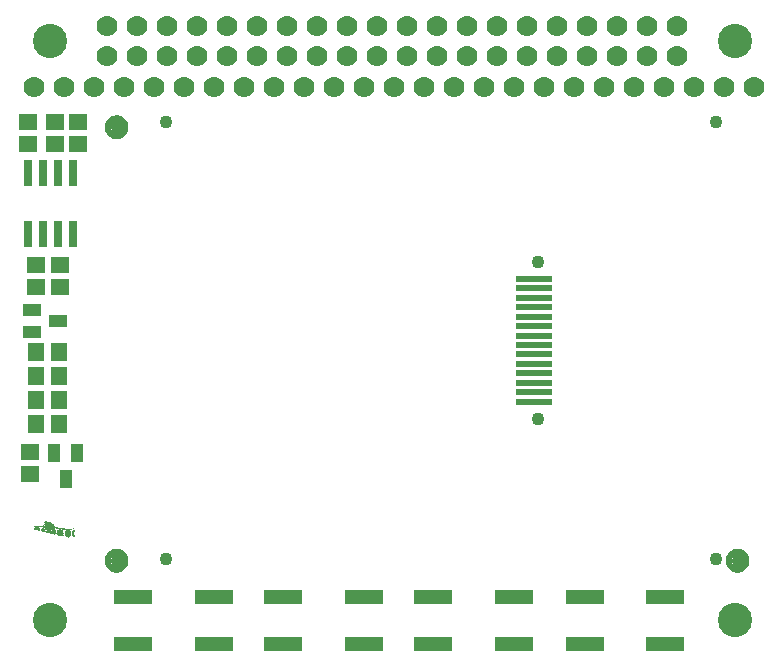
<source format=gbr>
G04 EAGLE Gerber RS-274X export*
G75*
%MOMM*%
%FSLAX34Y34*%
%LPD*%
%INSoldermask Top*%
%IPPOS*%
%AMOC8*
5,1,8,0,0,1.08239X$1,22.5*%
G01*
%ADD10C,2.901600*%
%ADD11C,1.778000*%
%ADD12R,0.701600X2.301600*%
%ADD13R,1.601600X1.401600*%
%ADD14C,1.101600*%
%ADD15C,0.500000*%
%ADD16R,0.025400X0.025400*%
%ADD17R,0.228600X0.025400*%
%ADD18R,0.355600X0.025400*%
%ADD19R,0.050800X0.025400*%
%ADD20R,0.406400X0.025400*%
%ADD21R,0.127000X0.025400*%
%ADD22R,0.457200X0.025400*%
%ADD23R,0.152400X0.025400*%
%ADD24R,0.482600X0.025400*%
%ADD25R,0.279400X0.025400*%
%ADD26R,0.508000X0.025400*%
%ADD27R,0.177800X0.025400*%
%ADD28R,0.431800X0.025400*%
%ADD29R,0.533400X0.025400*%
%ADD30R,0.203200X0.025400*%
%ADD31R,0.584200X0.025400*%
%ADD32R,0.558800X0.025400*%
%ADD33R,0.304800X0.025400*%
%ADD34R,0.609600X0.025400*%
%ADD35R,0.381000X0.025400*%
%ADD36R,0.330200X0.025400*%
%ADD37R,0.101600X0.025400*%
%ADD38R,0.254000X0.025400*%
%ADD39R,0.076200X0.025400*%
%ADD40R,3.101600X0.601600*%
%ADD41R,3.301600X1.301600*%
%ADD42R,1.101600X1.501600*%
%ADD43R,1.401600X1.601600*%
%ADD44R,1.501600X1.101600*%


D10*
X35000Y35000D03*
X35000Y525000D03*
X615000Y525000D03*
X615000Y35000D03*
D11*
X83700Y512300D03*
X83700Y537700D03*
X109100Y512300D03*
X109100Y537700D03*
X134500Y512300D03*
X134500Y537700D03*
X159900Y512300D03*
X159900Y537700D03*
X185300Y512300D03*
X185300Y537700D03*
X210700Y512300D03*
X210700Y537700D03*
X236100Y512300D03*
X236100Y537700D03*
X261500Y512300D03*
X261500Y537700D03*
X286900Y512300D03*
X286900Y537700D03*
X312300Y512300D03*
X312300Y537700D03*
X337700Y512300D03*
X337700Y537700D03*
X363100Y512300D03*
X363100Y537700D03*
X388500Y512300D03*
X388500Y537700D03*
X413900Y512300D03*
X413900Y537700D03*
X439300Y512300D03*
X439300Y537700D03*
X464700Y512300D03*
X464700Y537700D03*
X490100Y512300D03*
X490100Y537700D03*
X515500Y512300D03*
X515500Y537700D03*
X540900Y512300D03*
X540900Y537700D03*
X566300Y512300D03*
X566300Y537700D03*
D12*
X29210Y361350D03*
X29210Y413350D03*
X16510Y361350D03*
X41910Y361350D03*
X54610Y361350D03*
X16510Y413350D03*
X41910Y413350D03*
X54610Y413350D03*
D13*
X58420Y437540D03*
X58420Y456540D03*
X39370Y437540D03*
X39370Y456540D03*
X16510Y456540D03*
X16510Y437540D03*
D14*
X91440Y85090D03*
D15*
X91440Y92590D02*
X91259Y92588D01*
X91078Y92581D01*
X90897Y92570D01*
X90716Y92555D01*
X90536Y92535D01*
X90356Y92511D01*
X90177Y92483D01*
X89999Y92450D01*
X89822Y92413D01*
X89645Y92372D01*
X89470Y92327D01*
X89295Y92277D01*
X89122Y92223D01*
X88951Y92165D01*
X88780Y92103D01*
X88612Y92036D01*
X88445Y91966D01*
X88279Y91892D01*
X88116Y91813D01*
X87955Y91731D01*
X87795Y91645D01*
X87638Y91555D01*
X87483Y91461D01*
X87330Y91364D01*
X87180Y91262D01*
X87032Y91158D01*
X86886Y91049D01*
X86744Y90938D01*
X86604Y90822D01*
X86467Y90704D01*
X86332Y90582D01*
X86201Y90457D01*
X86073Y90329D01*
X85948Y90198D01*
X85826Y90063D01*
X85708Y89926D01*
X85592Y89786D01*
X85481Y89644D01*
X85372Y89498D01*
X85268Y89350D01*
X85166Y89200D01*
X85069Y89047D01*
X84975Y88892D01*
X84885Y88735D01*
X84799Y88575D01*
X84717Y88414D01*
X84638Y88251D01*
X84564Y88085D01*
X84494Y87918D01*
X84427Y87750D01*
X84365Y87579D01*
X84307Y87408D01*
X84253Y87235D01*
X84203Y87060D01*
X84158Y86885D01*
X84117Y86708D01*
X84080Y86531D01*
X84047Y86353D01*
X84019Y86174D01*
X83995Y85994D01*
X83975Y85814D01*
X83960Y85633D01*
X83949Y85452D01*
X83942Y85271D01*
X83940Y85090D01*
X91440Y92590D02*
X91621Y92588D01*
X91802Y92581D01*
X91983Y92570D01*
X92164Y92555D01*
X92344Y92535D01*
X92524Y92511D01*
X92703Y92483D01*
X92881Y92450D01*
X93058Y92413D01*
X93235Y92372D01*
X93410Y92327D01*
X93585Y92277D01*
X93758Y92223D01*
X93929Y92165D01*
X94100Y92103D01*
X94268Y92036D01*
X94435Y91966D01*
X94601Y91892D01*
X94764Y91813D01*
X94925Y91731D01*
X95085Y91645D01*
X95242Y91555D01*
X95397Y91461D01*
X95550Y91364D01*
X95700Y91262D01*
X95848Y91158D01*
X95994Y91049D01*
X96136Y90938D01*
X96276Y90822D01*
X96413Y90704D01*
X96548Y90582D01*
X96679Y90457D01*
X96807Y90329D01*
X96932Y90198D01*
X97054Y90063D01*
X97172Y89926D01*
X97288Y89786D01*
X97399Y89644D01*
X97508Y89498D01*
X97612Y89350D01*
X97714Y89200D01*
X97811Y89047D01*
X97905Y88892D01*
X97995Y88735D01*
X98081Y88575D01*
X98163Y88414D01*
X98242Y88251D01*
X98316Y88085D01*
X98386Y87918D01*
X98453Y87750D01*
X98515Y87579D01*
X98573Y87408D01*
X98627Y87235D01*
X98677Y87060D01*
X98722Y86885D01*
X98763Y86708D01*
X98800Y86531D01*
X98833Y86353D01*
X98861Y86174D01*
X98885Y85994D01*
X98905Y85814D01*
X98920Y85633D01*
X98931Y85452D01*
X98938Y85271D01*
X98940Y85090D01*
X98938Y84909D01*
X98931Y84728D01*
X98920Y84547D01*
X98905Y84366D01*
X98885Y84186D01*
X98861Y84006D01*
X98833Y83827D01*
X98800Y83649D01*
X98763Y83472D01*
X98722Y83295D01*
X98677Y83120D01*
X98627Y82945D01*
X98573Y82772D01*
X98515Y82601D01*
X98453Y82430D01*
X98386Y82262D01*
X98316Y82095D01*
X98242Y81929D01*
X98163Y81766D01*
X98081Y81605D01*
X97995Y81445D01*
X97905Y81288D01*
X97811Y81133D01*
X97714Y80980D01*
X97612Y80830D01*
X97508Y80682D01*
X97399Y80536D01*
X97288Y80394D01*
X97172Y80254D01*
X97054Y80117D01*
X96932Y79982D01*
X96807Y79851D01*
X96679Y79723D01*
X96548Y79598D01*
X96413Y79476D01*
X96276Y79358D01*
X96136Y79242D01*
X95994Y79131D01*
X95848Y79022D01*
X95700Y78918D01*
X95550Y78816D01*
X95397Y78719D01*
X95242Y78625D01*
X95085Y78535D01*
X94925Y78449D01*
X94764Y78367D01*
X94601Y78288D01*
X94435Y78214D01*
X94268Y78144D01*
X94100Y78077D01*
X93929Y78015D01*
X93758Y77957D01*
X93585Y77903D01*
X93410Y77853D01*
X93235Y77808D01*
X93058Y77767D01*
X92881Y77730D01*
X92703Y77697D01*
X92524Y77669D01*
X92344Y77645D01*
X92164Y77625D01*
X91983Y77610D01*
X91802Y77599D01*
X91621Y77592D01*
X91440Y77590D01*
X91259Y77592D01*
X91078Y77599D01*
X90897Y77610D01*
X90716Y77625D01*
X90536Y77645D01*
X90356Y77669D01*
X90177Y77697D01*
X89999Y77730D01*
X89822Y77767D01*
X89645Y77808D01*
X89470Y77853D01*
X89295Y77903D01*
X89122Y77957D01*
X88951Y78015D01*
X88780Y78077D01*
X88612Y78144D01*
X88445Y78214D01*
X88279Y78288D01*
X88116Y78367D01*
X87955Y78449D01*
X87795Y78535D01*
X87638Y78625D01*
X87483Y78719D01*
X87330Y78816D01*
X87180Y78918D01*
X87032Y79022D01*
X86886Y79131D01*
X86744Y79242D01*
X86604Y79358D01*
X86467Y79476D01*
X86332Y79598D01*
X86201Y79723D01*
X86073Y79851D01*
X85948Y79982D01*
X85826Y80117D01*
X85708Y80254D01*
X85592Y80394D01*
X85481Y80536D01*
X85372Y80682D01*
X85268Y80830D01*
X85166Y80980D01*
X85069Y81133D01*
X84975Y81288D01*
X84885Y81445D01*
X84799Y81605D01*
X84717Y81766D01*
X84638Y81929D01*
X84564Y82095D01*
X84494Y82262D01*
X84427Y82430D01*
X84365Y82601D01*
X84307Y82772D01*
X84253Y82945D01*
X84203Y83120D01*
X84158Y83295D01*
X84117Y83472D01*
X84080Y83649D01*
X84047Y83827D01*
X84019Y84006D01*
X83995Y84186D01*
X83975Y84366D01*
X83960Y84547D01*
X83949Y84728D01*
X83942Y84909D01*
X83940Y85090D01*
D14*
X91440Y452120D03*
D15*
X91440Y459620D02*
X91259Y459618D01*
X91078Y459611D01*
X90897Y459600D01*
X90716Y459585D01*
X90536Y459565D01*
X90356Y459541D01*
X90177Y459513D01*
X89999Y459480D01*
X89822Y459443D01*
X89645Y459402D01*
X89470Y459357D01*
X89295Y459307D01*
X89122Y459253D01*
X88951Y459195D01*
X88780Y459133D01*
X88612Y459066D01*
X88445Y458996D01*
X88279Y458922D01*
X88116Y458843D01*
X87955Y458761D01*
X87795Y458675D01*
X87638Y458585D01*
X87483Y458491D01*
X87330Y458394D01*
X87180Y458292D01*
X87032Y458188D01*
X86886Y458079D01*
X86744Y457968D01*
X86604Y457852D01*
X86467Y457734D01*
X86332Y457612D01*
X86201Y457487D01*
X86073Y457359D01*
X85948Y457228D01*
X85826Y457093D01*
X85708Y456956D01*
X85592Y456816D01*
X85481Y456674D01*
X85372Y456528D01*
X85268Y456380D01*
X85166Y456230D01*
X85069Y456077D01*
X84975Y455922D01*
X84885Y455765D01*
X84799Y455605D01*
X84717Y455444D01*
X84638Y455281D01*
X84564Y455115D01*
X84494Y454948D01*
X84427Y454780D01*
X84365Y454609D01*
X84307Y454438D01*
X84253Y454265D01*
X84203Y454090D01*
X84158Y453915D01*
X84117Y453738D01*
X84080Y453561D01*
X84047Y453383D01*
X84019Y453204D01*
X83995Y453024D01*
X83975Y452844D01*
X83960Y452663D01*
X83949Y452482D01*
X83942Y452301D01*
X83940Y452120D01*
X91440Y459620D02*
X91621Y459618D01*
X91802Y459611D01*
X91983Y459600D01*
X92164Y459585D01*
X92344Y459565D01*
X92524Y459541D01*
X92703Y459513D01*
X92881Y459480D01*
X93058Y459443D01*
X93235Y459402D01*
X93410Y459357D01*
X93585Y459307D01*
X93758Y459253D01*
X93929Y459195D01*
X94100Y459133D01*
X94268Y459066D01*
X94435Y458996D01*
X94601Y458922D01*
X94764Y458843D01*
X94925Y458761D01*
X95085Y458675D01*
X95242Y458585D01*
X95397Y458491D01*
X95550Y458394D01*
X95700Y458292D01*
X95848Y458188D01*
X95994Y458079D01*
X96136Y457968D01*
X96276Y457852D01*
X96413Y457734D01*
X96548Y457612D01*
X96679Y457487D01*
X96807Y457359D01*
X96932Y457228D01*
X97054Y457093D01*
X97172Y456956D01*
X97288Y456816D01*
X97399Y456674D01*
X97508Y456528D01*
X97612Y456380D01*
X97714Y456230D01*
X97811Y456077D01*
X97905Y455922D01*
X97995Y455765D01*
X98081Y455605D01*
X98163Y455444D01*
X98242Y455281D01*
X98316Y455115D01*
X98386Y454948D01*
X98453Y454780D01*
X98515Y454609D01*
X98573Y454438D01*
X98627Y454265D01*
X98677Y454090D01*
X98722Y453915D01*
X98763Y453738D01*
X98800Y453561D01*
X98833Y453383D01*
X98861Y453204D01*
X98885Y453024D01*
X98905Y452844D01*
X98920Y452663D01*
X98931Y452482D01*
X98938Y452301D01*
X98940Y452120D01*
X98938Y451939D01*
X98931Y451758D01*
X98920Y451577D01*
X98905Y451396D01*
X98885Y451216D01*
X98861Y451036D01*
X98833Y450857D01*
X98800Y450679D01*
X98763Y450502D01*
X98722Y450325D01*
X98677Y450150D01*
X98627Y449975D01*
X98573Y449802D01*
X98515Y449631D01*
X98453Y449460D01*
X98386Y449292D01*
X98316Y449125D01*
X98242Y448959D01*
X98163Y448796D01*
X98081Y448635D01*
X97995Y448475D01*
X97905Y448318D01*
X97811Y448163D01*
X97714Y448010D01*
X97612Y447860D01*
X97508Y447712D01*
X97399Y447566D01*
X97288Y447424D01*
X97172Y447284D01*
X97054Y447147D01*
X96932Y447012D01*
X96807Y446881D01*
X96679Y446753D01*
X96548Y446628D01*
X96413Y446506D01*
X96276Y446388D01*
X96136Y446272D01*
X95994Y446161D01*
X95848Y446052D01*
X95700Y445948D01*
X95550Y445846D01*
X95397Y445749D01*
X95242Y445655D01*
X95085Y445565D01*
X94925Y445479D01*
X94764Y445397D01*
X94601Y445318D01*
X94435Y445244D01*
X94268Y445174D01*
X94100Y445107D01*
X93929Y445045D01*
X93758Y444987D01*
X93585Y444933D01*
X93410Y444883D01*
X93235Y444838D01*
X93058Y444797D01*
X92881Y444760D01*
X92703Y444727D01*
X92524Y444699D01*
X92344Y444675D01*
X92164Y444655D01*
X91983Y444640D01*
X91802Y444629D01*
X91621Y444622D01*
X91440Y444620D01*
X91259Y444622D01*
X91078Y444629D01*
X90897Y444640D01*
X90716Y444655D01*
X90536Y444675D01*
X90356Y444699D01*
X90177Y444727D01*
X89999Y444760D01*
X89822Y444797D01*
X89645Y444838D01*
X89470Y444883D01*
X89295Y444933D01*
X89122Y444987D01*
X88951Y445045D01*
X88780Y445107D01*
X88612Y445174D01*
X88445Y445244D01*
X88279Y445318D01*
X88116Y445397D01*
X87955Y445479D01*
X87795Y445565D01*
X87638Y445655D01*
X87483Y445749D01*
X87330Y445846D01*
X87180Y445948D01*
X87032Y446052D01*
X86886Y446161D01*
X86744Y446272D01*
X86604Y446388D01*
X86467Y446506D01*
X86332Y446628D01*
X86201Y446753D01*
X86073Y446881D01*
X85948Y447012D01*
X85826Y447147D01*
X85708Y447284D01*
X85592Y447424D01*
X85481Y447566D01*
X85372Y447712D01*
X85268Y447860D01*
X85166Y448010D01*
X85069Y448163D01*
X84975Y448318D01*
X84885Y448475D01*
X84799Y448635D01*
X84717Y448796D01*
X84638Y448959D01*
X84564Y449125D01*
X84494Y449292D01*
X84427Y449460D01*
X84365Y449631D01*
X84307Y449802D01*
X84253Y449975D01*
X84203Y450150D01*
X84158Y450325D01*
X84117Y450502D01*
X84080Y450679D01*
X84047Y450857D01*
X84019Y451036D01*
X83995Y451216D01*
X83975Y451396D01*
X83960Y451577D01*
X83949Y451758D01*
X83942Y451939D01*
X83940Y452120D01*
D14*
X617220Y85090D03*
D15*
X617220Y92590D02*
X617039Y92588D01*
X616858Y92581D01*
X616677Y92570D01*
X616496Y92555D01*
X616316Y92535D01*
X616136Y92511D01*
X615957Y92483D01*
X615779Y92450D01*
X615602Y92413D01*
X615425Y92372D01*
X615250Y92327D01*
X615075Y92277D01*
X614902Y92223D01*
X614731Y92165D01*
X614560Y92103D01*
X614392Y92036D01*
X614225Y91966D01*
X614059Y91892D01*
X613896Y91813D01*
X613735Y91731D01*
X613575Y91645D01*
X613418Y91555D01*
X613263Y91461D01*
X613110Y91364D01*
X612960Y91262D01*
X612812Y91158D01*
X612666Y91049D01*
X612524Y90938D01*
X612384Y90822D01*
X612247Y90704D01*
X612112Y90582D01*
X611981Y90457D01*
X611853Y90329D01*
X611728Y90198D01*
X611606Y90063D01*
X611488Y89926D01*
X611372Y89786D01*
X611261Y89644D01*
X611152Y89498D01*
X611048Y89350D01*
X610946Y89200D01*
X610849Y89047D01*
X610755Y88892D01*
X610665Y88735D01*
X610579Y88575D01*
X610497Y88414D01*
X610418Y88251D01*
X610344Y88085D01*
X610274Y87918D01*
X610207Y87750D01*
X610145Y87579D01*
X610087Y87408D01*
X610033Y87235D01*
X609983Y87060D01*
X609938Y86885D01*
X609897Y86708D01*
X609860Y86531D01*
X609827Y86353D01*
X609799Y86174D01*
X609775Y85994D01*
X609755Y85814D01*
X609740Y85633D01*
X609729Y85452D01*
X609722Y85271D01*
X609720Y85090D01*
X617220Y92590D02*
X617401Y92588D01*
X617582Y92581D01*
X617763Y92570D01*
X617944Y92555D01*
X618124Y92535D01*
X618304Y92511D01*
X618483Y92483D01*
X618661Y92450D01*
X618838Y92413D01*
X619015Y92372D01*
X619190Y92327D01*
X619365Y92277D01*
X619538Y92223D01*
X619709Y92165D01*
X619880Y92103D01*
X620048Y92036D01*
X620215Y91966D01*
X620381Y91892D01*
X620544Y91813D01*
X620705Y91731D01*
X620865Y91645D01*
X621022Y91555D01*
X621177Y91461D01*
X621330Y91364D01*
X621480Y91262D01*
X621628Y91158D01*
X621774Y91049D01*
X621916Y90938D01*
X622056Y90822D01*
X622193Y90704D01*
X622328Y90582D01*
X622459Y90457D01*
X622587Y90329D01*
X622712Y90198D01*
X622834Y90063D01*
X622952Y89926D01*
X623068Y89786D01*
X623179Y89644D01*
X623288Y89498D01*
X623392Y89350D01*
X623494Y89200D01*
X623591Y89047D01*
X623685Y88892D01*
X623775Y88735D01*
X623861Y88575D01*
X623943Y88414D01*
X624022Y88251D01*
X624096Y88085D01*
X624166Y87918D01*
X624233Y87750D01*
X624295Y87579D01*
X624353Y87408D01*
X624407Y87235D01*
X624457Y87060D01*
X624502Y86885D01*
X624543Y86708D01*
X624580Y86531D01*
X624613Y86353D01*
X624641Y86174D01*
X624665Y85994D01*
X624685Y85814D01*
X624700Y85633D01*
X624711Y85452D01*
X624718Y85271D01*
X624720Y85090D01*
X624718Y84909D01*
X624711Y84728D01*
X624700Y84547D01*
X624685Y84366D01*
X624665Y84186D01*
X624641Y84006D01*
X624613Y83827D01*
X624580Y83649D01*
X624543Y83472D01*
X624502Y83295D01*
X624457Y83120D01*
X624407Y82945D01*
X624353Y82772D01*
X624295Y82601D01*
X624233Y82430D01*
X624166Y82262D01*
X624096Y82095D01*
X624022Y81929D01*
X623943Y81766D01*
X623861Y81605D01*
X623775Y81445D01*
X623685Y81288D01*
X623591Y81133D01*
X623494Y80980D01*
X623392Y80830D01*
X623288Y80682D01*
X623179Y80536D01*
X623068Y80394D01*
X622952Y80254D01*
X622834Y80117D01*
X622712Y79982D01*
X622587Y79851D01*
X622459Y79723D01*
X622328Y79598D01*
X622193Y79476D01*
X622056Y79358D01*
X621916Y79242D01*
X621774Y79131D01*
X621628Y79022D01*
X621480Y78918D01*
X621330Y78816D01*
X621177Y78719D01*
X621022Y78625D01*
X620865Y78535D01*
X620705Y78449D01*
X620544Y78367D01*
X620381Y78288D01*
X620215Y78214D01*
X620048Y78144D01*
X619880Y78077D01*
X619709Y78015D01*
X619538Y77957D01*
X619365Y77903D01*
X619190Y77853D01*
X619015Y77808D01*
X618838Y77767D01*
X618661Y77730D01*
X618483Y77697D01*
X618304Y77669D01*
X618124Y77645D01*
X617944Y77625D01*
X617763Y77610D01*
X617582Y77599D01*
X617401Y77592D01*
X617220Y77590D01*
X617039Y77592D01*
X616858Y77599D01*
X616677Y77610D01*
X616496Y77625D01*
X616316Y77645D01*
X616136Y77669D01*
X615957Y77697D01*
X615779Y77730D01*
X615602Y77767D01*
X615425Y77808D01*
X615250Y77853D01*
X615075Y77903D01*
X614902Y77957D01*
X614731Y78015D01*
X614560Y78077D01*
X614392Y78144D01*
X614225Y78214D01*
X614059Y78288D01*
X613896Y78367D01*
X613735Y78449D01*
X613575Y78535D01*
X613418Y78625D01*
X613263Y78719D01*
X613110Y78816D01*
X612960Y78918D01*
X612812Y79022D01*
X612666Y79131D01*
X612524Y79242D01*
X612384Y79358D01*
X612247Y79476D01*
X612112Y79598D01*
X611981Y79723D01*
X611853Y79851D01*
X611728Y79982D01*
X611606Y80117D01*
X611488Y80254D01*
X611372Y80394D01*
X611261Y80536D01*
X611152Y80682D01*
X611048Y80830D01*
X610946Y80980D01*
X610849Y81133D01*
X610755Y81288D01*
X610665Y81445D01*
X610579Y81605D01*
X610497Y81766D01*
X610418Y81929D01*
X610344Y82095D01*
X610274Y82262D01*
X610207Y82430D01*
X610145Y82601D01*
X610087Y82772D01*
X610033Y82945D01*
X609983Y83120D01*
X609938Y83295D01*
X609897Y83472D01*
X609860Y83649D01*
X609827Y83827D01*
X609799Y84006D01*
X609775Y84186D01*
X609755Y84366D01*
X609740Y84547D01*
X609729Y84728D01*
X609722Y84909D01*
X609720Y85090D01*
D16*
X51308Y104648D03*
D17*
X50800Y104902D03*
D18*
X50165Y105156D03*
D19*
X55245Y105156D03*
D20*
X50165Y105410D03*
D21*
X55118Y105410D03*
D22*
X50165Y105664D03*
D23*
X54991Y105664D03*
X45085Y105918D03*
D24*
X50292Y105918D03*
D23*
X54991Y105918D03*
D25*
X44704Y106172D03*
D26*
X50165Y106172D03*
D27*
X54864Y106172D03*
D28*
X44196Y106426D03*
D29*
X50292Y106426D03*
D27*
X54864Y106426D03*
D29*
X43688Y106680D03*
X50292Y106680D03*
D30*
X54737Y106680D03*
D31*
X43688Y106934D03*
D29*
X50292Y106934D03*
D30*
X54737Y106934D03*
D19*
X38989Y107188D03*
D31*
X43688Y107188D03*
D32*
X50165Y107188D03*
D30*
X54737Y107188D03*
D27*
X38608Y107442D03*
D31*
X43688Y107442D03*
D32*
X50165Y107442D03*
D30*
X54737Y107442D03*
D33*
X38227Y107696D03*
D31*
X43688Y107696D03*
D32*
X50165Y107696D03*
D30*
X54737Y107696D03*
D28*
X37592Y107950D03*
D34*
X43561Y107950D03*
D29*
X50292Y107950D03*
D30*
X54737Y107950D03*
D32*
X37211Y108204D03*
D31*
X43688Y108204D03*
D29*
X50292Y108204D03*
D30*
X54737Y108204D03*
D31*
X37084Y108458D03*
X43688Y108458D03*
D26*
X50165Y108458D03*
D30*
X54737Y108458D03*
D19*
X32639Y108712D03*
D34*
X36957Y108712D03*
D31*
X43688Y108712D03*
D24*
X50292Y108712D03*
D30*
X54737Y108712D03*
D27*
X32258Y108966D03*
D24*
X37592Y108966D03*
D31*
X43688Y108966D03*
D22*
X50165Y108966D03*
D30*
X54737Y108966D03*
D17*
X31496Y109220D03*
D20*
X37973Y109220D03*
D29*
X43688Y109220D03*
D28*
X50292Y109220D03*
D27*
X54864Y109220D03*
X34290Y109474D03*
D25*
X30734Y109474D03*
D18*
X38227Y109474D03*
D29*
X43688Y109474D03*
D35*
X50292Y109474D03*
D27*
X54864Y109474D03*
D33*
X34417Y109728D03*
D36*
X29972Y109728D03*
X38354Y109728D03*
D24*
X43688Y109728D03*
D36*
X50292Y109728D03*
D23*
X54991Y109728D03*
D20*
X34163Y109982D03*
D35*
X29464Y109982D03*
D36*
X38354Y109982D03*
D28*
X43688Y109982D03*
D25*
X50292Y109982D03*
D23*
X54991Y109982D03*
D20*
X34417Y110236D03*
D19*
X26543Y110236D03*
D35*
X29464Y110236D03*
D23*
X38989Y110236D03*
D35*
X43688Y110236D03*
D27*
X50292Y110236D03*
D21*
X55118Y110236D03*
D20*
X34163Y110490D03*
D23*
X26035Y110490D03*
D18*
X29337Y110490D03*
D21*
X39116Y110490D03*
D36*
X43688Y110490D03*
D19*
X55245Y110490D03*
D22*
X33909Y110744D03*
D37*
X37465Y110744D03*
D38*
X25527Y110744D03*
D36*
X29210Y110744D03*
D39*
X39116Y110744D03*
D17*
X43688Y110744D03*
D24*
X33782Y110998D03*
D23*
X37465Y110998D03*
D18*
X24765Y110998D03*
D33*
X29083Y110998D03*
D16*
X39116Y110998D03*
D39*
X43688Y110998D03*
D22*
X33655Y111252D03*
D27*
X37592Y111252D03*
D28*
X50038Y111252D03*
D19*
X53975Y111252D03*
D22*
X24257Y111252D03*
D25*
X29210Y111252D03*
D22*
X33655Y111506D03*
D17*
X37592Y111506D03*
D31*
X47752Y111506D03*
D22*
X24257Y111506D03*
D38*
X29337Y111506D03*
D22*
X33401Y111760D03*
D17*
X37592Y111760D03*
D26*
X45339Y111760D03*
D16*
X55118Y111760D03*
D28*
X24130Y111760D03*
D17*
X29210Y111760D03*
D24*
X33274Y112014D03*
D38*
X37465Y112014D03*
D24*
X43180Y112014D03*
D20*
X24257Y112014D03*
D30*
X29337Y112014D03*
D24*
X33020Y112268D03*
D33*
X37465Y112268D03*
D20*
X41529Y112268D03*
D18*
X24257Y112268D03*
D23*
X29337Y112268D03*
D28*
X33274Y112522D03*
D33*
X37465Y112522D03*
D17*
X40640Y112522D03*
D33*
X24257Y112522D03*
D37*
X29591Y112522D03*
D28*
X33020Y112776D03*
D36*
X37338Y112776D03*
D19*
X39751Y112776D03*
D38*
X24257Y112776D03*
D19*
X29845Y112776D03*
D22*
X32893Y113030D03*
D18*
X37211Y113030D03*
D23*
X24257Y113030D03*
D22*
X32639Y113284D03*
D18*
X37211Y113284D03*
D16*
X22606Y113538D03*
X23114Y113538D03*
D30*
X28575Y113538D03*
D28*
X32512Y113538D03*
D35*
X37084Y113538D03*
D34*
X26543Y113792D03*
D35*
X32512Y113792D03*
X36830Y113792D03*
X32512Y114046D03*
D20*
X36703Y114046D03*
D35*
X32258Y114300D03*
D20*
X36703Y114300D03*
D18*
X32131Y114554D03*
D35*
X36322Y114554D03*
D16*
X38608Y114554D03*
X30226Y114808D03*
D36*
X32258Y114808D03*
D35*
X36068Y114808D03*
D33*
X32131Y115062D03*
D20*
X35941Y115062D03*
D33*
X31877Y115316D03*
D28*
X35814Y115316D03*
D25*
X31750Y115570D03*
D35*
X35306Y115570D03*
D16*
X37846Y115570D03*
D30*
X31877Y115824D03*
D20*
X35179Y115824D03*
D32*
X33655Y116078D03*
D16*
X37084Y116078D03*
D31*
X33528Y116332D03*
D26*
X33147Y116586D03*
D16*
X36068Y116586D03*
X30734Y116840D03*
D28*
X33274Y116840D03*
D16*
X35814Y116840D03*
D36*
X32766Y117094D03*
D19*
X34925Y117094D03*
D17*
X32258Y117348D03*
D19*
X33909Y117348D03*
D37*
X31623Y117602D03*
D39*
X32766Y117602D03*
D16*
X31496Y117856D03*
D19*
X32385Y117856D03*
D14*
X448080Y205280D03*
X448080Y338280D03*
D40*
X444580Y219780D03*
X444580Y227780D03*
X444580Y235780D03*
X444580Y243780D03*
X444580Y251780D03*
X444580Y259780D03*
X444580Y267780D03*
X444580Y275780D03*
X444580Y283780D03*
X444580Y291780D03*
X444580Y299780D03*
X444580Y307780D03*
X444580Y315780D03*
X444580Y323780D03*
D14*
X133540Y456780D03*
X133540Y86780D03*
X598540Y86780D03*
X598540Y456780D03*
D41*
X487970Y54290D03*
X555970Y54290D03*
X555970Y14290D03*
X487970Y14290D03*
X359700Y54290D03*
X427700Y54290D03*
X427700Y14290D03*
X359700Y14290D03*
X232700Y54290D03*
X300700Y54290D03*
X300700Y14290D03*
X232700Y14290D03*
X105700Y54290D03*
X173700Y54290D03*
X173700Y14290D03*
X105700Y14290D03*
D42*
X48260Y154100D03*
X38760Y176100D03*
X57760Y176100D03*
D13*
X17780Y177140D03*
X17780Y158140D03*
D43*
X42520Y200660D03*
X23520Y200660D03*
X42520Y220980D03*
X23520Y220980D03*
X42520Y261620D03*
X23520Y261620D03*
X42520Y241300D03*
X23520Y241300D03*
D44*
X41480Y288290D03*
X19480Y278790D03*
X19480Y297790D03*
D13*
X22860Y335890D03*
X22860Y316890D03*
X43180Y335890D03*
X43180Y316890D03*
D11*
X21590Y486410D03*
X46990Y486410D03*
X72390Y486410D03*
X97790Y486410D03*
X123190Y486410D03*
X148590Y486410D03*
X173990Y486410D03*
X199390Y486410D03*
X224790Y486410D03*
X250190Y486410D03*
X275590Y486410D03*
X300990Y486410D03*
X326390Y486410D03*
X351790Y486410D03*
X377190Y486410D03*
X402590Y486410D03*
X427990Y486410D03*
X453390Y486410D03*
X478790Y486410D03*
X504190Y486410D03*
X529590Y486410D03*
X554990Y486410D03*
X580390Y486410D03*
X605790Y486410D03*
X631190Y486410D03*
M02*

</source>
